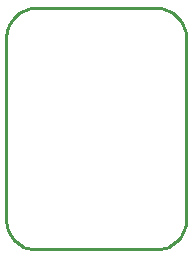
<source format=gbr>
G04 EAGLE Gerber RS-274X export*
G75*
%MOMM*%
%FSLAX34Y34*%
%LPD*%
%IN*%
%IPPOS*%
%AMOC8*
5,1,8,0,0,1.08239X$1,22.5*%
G01*
%ADD10C,0.254000*%


D10*
X0Y25400D02*
X97Y23186D01*
X386Y20989D01*
X865Y18826D01*
X1532Y16713D01*
X2380Y14666D01*
X3403Y12700D01*
X4594Y10831D01*
X5942Y9073D01*
X7440Y7440D01*
X9073Y5942D01*
X10831Y4594D01*
X12700Y3403D01*
X14666Y2380D01*
X16713Y1532D01*
X18826Y865D01*
X20989Y386D01*
X23186Y97D01*
X25400Y0D01*
X127000Y0D01*
X129214Y97D01*
X131411Y386D01*
X133574Y865D01*
X135687Y1532D01*
X137735Y2380D01*
X139700Y3403D01*
X141569Y4594D01*
X143327Y5942D01*
X144961Y7440D01*
X146458Y9073D01*
X147806Y10831D01*
X148997Y12700D01*
X150020Y14666D01*
X150868Y16713D01*
X151535Y18826D01*
X152014Y20989D01*
X152303Y23186D01*
X152400Y25400D01*
X152400Y179070D01*
X152303Y181284D01*
X152014Y183481D01*
X151535Y185644D01*
X150868Y187757D01*
X150020Y189805D01*
X148997Y191770D01*
X147806Y193639D01*
X146458Y195397D01*
X144961Y197031D01*
X143327Y198528D01*
X141569Y199876D01*
X139700Y201067D01*
X137735Y202090D01*
X135687Y202938D01*
X133574Y203605D01*
X131411Y204084D01*
X129214Y204373D01*
X127000Y204470D01*
X25400Y204470D01*
X23186Y204373D01*
X20989Y204084D01*
X18826Y203605D01*
X16713Y202938D01*
X14666Y202090D01*
X12700Y201067D01*
X10831Y199876D01*
X9073Y198528D01*
X7440Y197031D01*
X5942Y195397D01*
X4594Y193639D01*
X3403Y191770D01*
X2380Y189805D01*
X1532Y187757D01*
X865Y185644D01*
X386Y183481D01*
X97Y181284D01*
X0Y179070D01*
X0Y25400D01*
M02*

</source>
